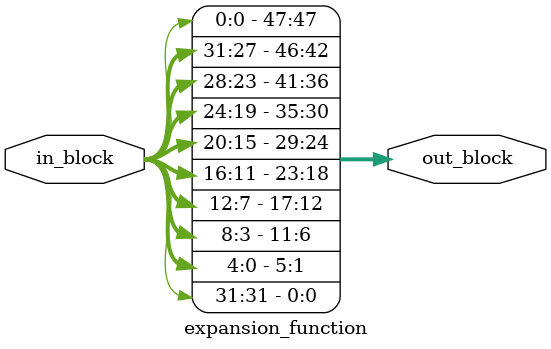
<source format=v>
module expansion_function(in_block, out_block);

	input [31:0] in_block;
	output [47:0] out_block;

	assign out_block[0] = in_block[31];
        assign out_block[1] = in_block[0];
        assign out_block[2] = in_block[1];
        assign out_block[3] = in_block[2];
        assign out_block[4] = in_block[3];
        assign out_block[5] = in_block[4];

        assign out_block[6] = in_block[3];
        assign out_block[7] = in_block[4];
        assign out_block[8] = in_block[5];
        assign out_block[9] = in_block[6];
        assign out_block[10] = in_block[7];
        assign out_block[11] = in_block[8];

        assign out_block[12] = in_block[7];
        assign out_block[13] = in_block[8];
        assign out_block[14] = in_block[9];
        assign out_block[15] = in_block[10];
        assign out_block[16] = in_block[11];
        assign out_block[17] = in_block[12];

        assign out_block[18] = in_block[11];
        assign out_block[19] = in_block[12];
        assign out_block[20] = in_block[13];
        assign out_block[21] = in_block[14];
        assign out_block[22] = in_block[15];
        assign out_block[23] = in_block[16];

        assign out_block[24] = in_block[15];
        assign out_block[25] = in_block[16];
        assign out_block[26] = in_block[17];
        assign out_block[27] = in_block[18];
        assign out_block[28] = in_block[19];
        assign out_block[29] = in_block[20];

        assign out_block[30] = in_block[19];
        assign out_block[31] = in_block[20];
        assign out_block[32] = in_block[21];
        assign out_block[33] = in_block[22];
        assign out_block[34] = in_block[23];
        assign out_block[35] = in_block[24];

        assign out_block[36] = in_block[23];
        assign out_block[37] = in_block[24];
        assign out_block[38] = in_block[25];
        assign out_block[39] = in_block[26];
        assign out_block[40] = in_block[27];
        assign out_block[41] = in_block[28];

        assign out_block[42] = in_block[27];
        assign out_block[43] = in_block[28];
        assign out_block[44] = in_block[29];
        assign out_block[45] = in_block[30];
        assign out_block[46] = in_block[31];
        assign out_block[47] = in_block[0];

endmodule

</source>
